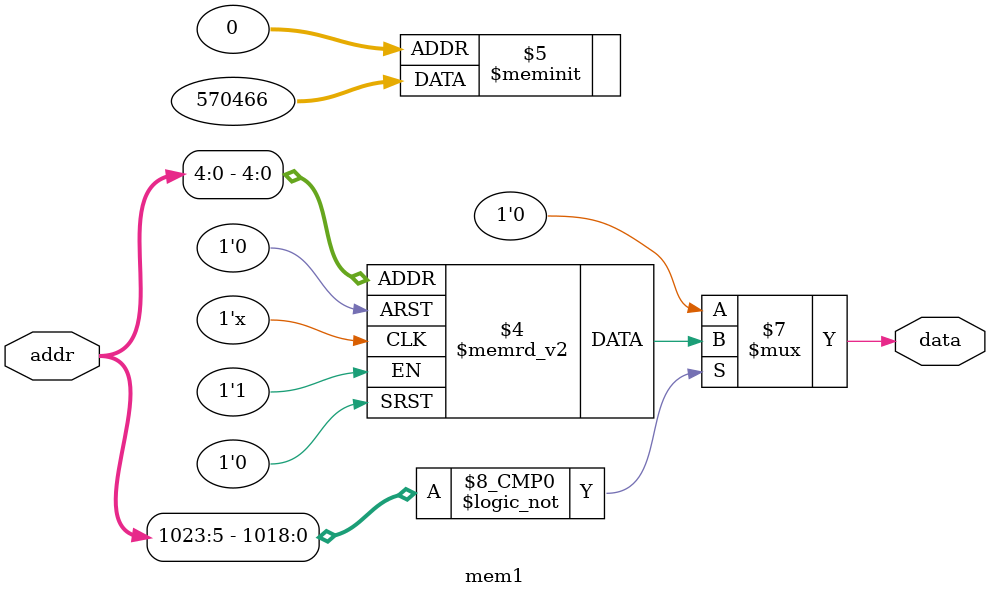
<source format=v>
module mem1 (data,addr);
output  data;
reg data;
input [1023:0] addr;
always@( addr ) begin
case (addr)
1: data = 1'b1;
2: data = 1'b0;
3: data = 1'b0;
4: data = 1'b0;
5: data = 1'b1;
6: data = 1'b1;
7: data = 1'b0;
8: data = 1'b0;
9: data = 1'b0;
10: data = 1'b1;
11: data = 1'b0;
12: data = 1'b1;
13: data = 1'b1;
14: data = 1'b0;
15: data = 1'b1;
16: data = 1'b0;
17: data = 1'b0;
18: data = 1'b0;
19: data = 1'b1;
20: data = 1'b0;
21: data = 1'b0;
 default : data = 1'b0;
endcase
end
endmodule

</source>
